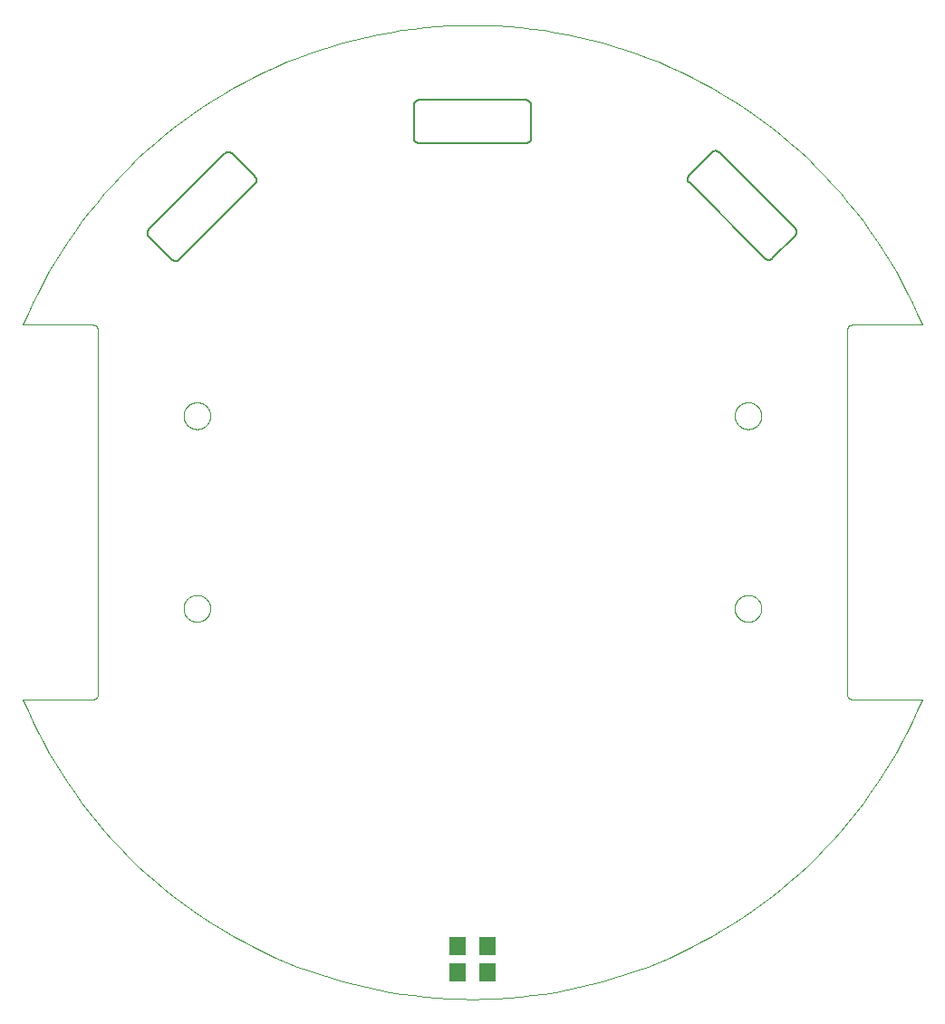
<source format=gbp>
G75*
%MOIN*%
%OFA0B0*%
%FSLAX25Y25*%
%IPPOS*%
%LPD*%
%AMOC8*
5,1,8,0,0,1.08239X$1,22.5*
%
%ADD10C,0.00004*%
%ADD11C,0.00394*%
%ADD12C,0.00600*%
%ADD13R,0.06299X0.07098*%
D10*
X0078851Y0183717D02*
X0078853Y0183857D01*
X0078859Y0183997D01*
X0078869Y0184136D01*
X0078883Y0184275D01*
X0078901Y0184414D01*
X0078922Y0184552D01*
X0078948Y0184690D01*
X0078978Y0184827D01*
X0079011Y0184962D01*
X0079049Y0185097D01*
X0079090Y0185231D01*
X0079135Y0185364D01*
X0079183Y0185495D01*
X0079236Y0185624D01*
X0079292Y0185753D01*
X0079351Y0185879D01*
X0079415Y0186004D01*
X0079481Y0186127D01*
X0079552Y0186248D01*
X0079625Y0186367D01*
X0079702Y0186484D01*
X0079783Y0186598D01*
X0079866Y0186710D01*
X0079953Y0186820D01*
X0080043Y0186928D01*
X0080135Y0187032D01*
X0080231Y0187134D01*
X0080330Y0187234D01*
X0080431Y0187330D01*
X0080535Y0187424D01*
X0080642Y0187514D01*
X0080751Y0187601D01*
X0080863Y0187686D01*
X0080977Y0187767D01*
X0081093Y0187845D01*
X0081211Y0187919D01*
X0081332Y0187990D01*
X0081454Y0188058D01*
X0081579Y0188122D01*
X0081705Y0188183D01*
X0081832Y0188240D01*
X0081962Y0188293D01*
X0082093Y0188343D01*
X0082225Y0188388D01*
X0082358Y0188431D01*
X0082493Y0188469D01*
X0082628Y0188503D01*
X0082765Y0188534D01*
X0082902Y0188561D01*
X0083040Y0188583D01*
X0083179Y0188602D01*
X0083318Y0188617D01*
X0083457Y0188628D01*
X0083597Y0188635D01*
X0083737Y0188638D01*
X0083877Y0188637D01*
X0084017Y0188632D01*
X0084156Y0188623D01*
X0084296Y0188610D01*
X0084435Y0188593D01*
X0084573Y0188572D01*
X0084711Y0188548D01*
X0084848Y0188519D01*
X0084984Y0188487D01*
X0085119Y0188450D01*
X0085253Y0188410D01*
X0085386Y0188366D01*
X0085517Y0188318D01*
X0085647Y0188267D01*
X0085776Y0188212D01*
X0085903Y0188153D01*
X0086028Y0188090D01*
X0086151Y0188025D01*
X0086273Y0187955D01*
X0086392Y0187882D01*
X0086510Y0187806D01*
X0086625Y0187727D01*
X0086738Y0187644D01*
X0086848Y0187558D01*
X0086956Y0187469D01*
X0087061Y0187377D01*
X0087164Y0187282D01*
X0087264Y0187184D01*
X0087361Y0187084D01*
X0087455Y0186980D01*
X0087547Y0186874D01*
X0087635Y0186766D01*
X0087720Y0186655D01*
X0087802Y0186541D01*
X0087881Y0186425D01*
X0087956Y0186308D01*
X0088028Y0186188D01*
X0088096Y0186066D01*
X0088161Y0185942D01*
X0088223Y0185816D01*
X0088281Y0185689D01*
X0088335Y0185560D01*
X0088386Y0185429D01*
X0088432Y0185297D01*
X0088475Y0185164D01*
X0088515Y0185030D01*
X0088550Y0184895D01*
X0088582Y0184758D01*
X0088609Y0184621D01*
X0088633Y0184483D01*
X0088653Y0184345D01*
X0088669Y0184206D01*
X0088681Y0184066D01*
X0088689Y0183927D01*
X0088693Y0183787D01*
X0088693Y0183647D01*
X0088689Y0183507D01*
X0088681Y0183368D01*
X0088669Y0183228D01*
X0088653Y0183089D01*
X0088633Y0182951D01*
X0088609Y0182813D01*
X0088582Y0182676D01*
X0088550Y0182539D01*
X0088515Y0182404D01*
X0088475Y0182270D01*
X0088432Y0182137D01*
X0088386Y0182005D01*
X0088335Y0181874D01*
X0088281Y0181745D01*
X0088223Y0181618D01*
X0088161Y0181492D01*
X0088096Y0181368D01*
X0088028Y0181246D01*
X0087956Y0181126D01*
X0087881Y0181009D01*
X0087802Y0180893D01*
X0087720Y0180779D01*
X0087635Y0180668D01*
X0087547Y0180560D01*
X0087455Y0180454D01*
X0087361Y0180350D01*
X0087264Y0180250D01*
X0087164Y0180152D01*
X0087061Y0180057D01*
X0086956Y0179965D01*
X0086848Y0179876D01*
X0086738Y0179790D01*
X0086625Y0179707D01*
X0086510Y0179628D01*
X0086392Y0179552D01*
X0086273Y0179479D01*
X0086151Y0179409D01*
X0086028Y0179344D01*
X0085903Y0179281D01*
X0085776Y0179222D01*
X0085647Y0179167D01*
X0085517Y0179116D01*
X0085386Y0179068D01*
X0085253Y0179024D01*
X0085119Y0178984D01*
X0084984Y0178947D01*
X0084848Y0178915D01*
X0084711Y0178886D01*
X0084573Y0178862D01*
X0084435Y0178841D01*
X0084296Y0178824D01*
X0084156Y0178811D01*
X0084017Y0178802D01*
X0083877Y0178797D01*
X0083737Y0178796D01*
X0083597Y0178799D01*
X0083457Y0178806D01*
X0083318Y0178817D01*
X0083179Y0178832D01*
X0083040Y0178851D01*
X0082902Y0178873D01*
X0082765Y0178900D01*
X0082628Y0178931D01*
X0082493Y0178965D01*
X0082358Y0179003D01*
X0082225Y0179046D01*
X0082093Y0179091D01*
X0081962Y0179141D01*
X0081832Y0179194D01*
X0081705Y0179251D01*
X0081579Y0179312D01*
X0081454Y0179376D01*
X0081332Y0179444D01*
X0081211Y0179515D01*
X0081093Y0179589D01*
X0080977Y0179667D01*
X0080863Y0179748D01*
X0080751Y0179833D01*
X0080642Y0179920D01*
X0080535Y0180010D01*
X0080431Y0180104D01*
X0080330Y0180200D01*
X0080231Y0180300D01*
X0080135Y0180402D01*
X0080043Y0180506D01*
X0079953Y0180614D01*
X0079866Y0180724D01*
X0079783Y0180836D01*
X0079702Y0180950D01*
X0079625Y0181067D01*
X0079552Y0181186D01*
X0079481Y0181307D01*
X0079415Y0181430D01*
X0079351Y0181555D01*
X0079292Y0181681D01*
X0079236Y0181810D01*
X0079183Y0181939D01*
X0079135Y0182070D01*
X0079090Y0182203D01*
X0079049Y0182337D01*
X0079011Y0182472D01*
X0078978Y0182607D01*
X0078948Y0182744D01*
X0078922Y0182882D01*
X0078901Y0183020D01*
X0078883Y0183159D01*
X0078869Y0183298D01*
X0078859Y0183437D01*
X0078853Y0183577D01*
X0078851Y0183717D01*
X0078851Y0254583D02*
X0078853Y0254723D01*
X0078859Y0254863D01*
X0078869Y0255002D01*
X0078883Y0255141D01*
X0078901Y0255280D01*
X0078922Y0255418D01*
X0078948Y0255556D01*
X0078978Y0255693D01*
X0079011Y0255828D01*
X0079049Y0255963D01*
X0079090Y0256097D01*
X0079135Y0256230D01*
X0079183Y0256361D01*
X0079236Y0256490D01*
X0079292Y0256619D01*
X0079351Y0256745D01*
X0079415Y0256870D01*
X0079481Y0256993D01*
X0079552Y0257114D01*
X0079625Y0257233D01*
X0079702Y0257350D01*
X0079783Y0257464D01*
X0079866Y0257576D01*
X0079953Y0257686D01*
X0080043Y0257794D01*
X0080135Y0257898D01*
X0080231Y0258000D01*
X0080330Y0258100D01*
X0080431Y0258196D01*
X0080535Y0258290D01*
X0080642Y0258380D01*
X0080751Y0258467D01*
X0080863Y0258552D01*
X0080977Y0258633D01*
X0081093Y0258711D01*
X0081211Y0258785D01*
X0081332Y0258856D01*
X0081454Y0258924D01*
X0081579Y0258988D01*
X0081705Y0259049D01*
X0081832Y0259106D01*
X0081962Y0259159D01*
X0082093Y0259209D01*
X0082225Y0259254D01*
X0082358Y0259297D01*
X0082493Y0259335D01*
X0082628Y0259369D01*
X0082765Y0259400D01*
X0082902Y0259427D01*
X0083040Y0259449D01*
X0083179Y0259468D01*
X0083318Y0259483D01*
X0083457Y0259494D01*
X0083597Y0259501D01*
X0083737Y0259504D01*
X0083877Y0259503D01*
X0084017Y0259498D01*
X0084156Y0259489D01*
X0084296Y0259476D01*
X0084435Y0259459D01*
X0084573Y0259438D01*
X0084711Y0259414D01*
X0084848Y0259385D01*
X0084984Y0259353D01*
X0085119Y0259316D01*
X0085253Y0259276D01*
X0085386Y0259232D01*
X0085517Y0259184D01*
X0085647Y0259133D01*
X0085776Y0259078D01*
X0085903Y0259019D01*
X0086028Y0258956D01*
X0086151Y0258891D01*
X0086273Y0258821D01*
X0086392Y0258748D01*
X0086510Y0258672D01*
X0086625Y0258593D01*
X0086738Y0258510D01*
X0086848Y0258424D01*
X0086956Y0258335D01*
X0087061Y0258243D01*
X0087164Y0258148D01*
X0087264Y0258050D01*
X0087361Y0257950D01*
X0087455Y0257846D01*
X0087547Y0257740D01*
X0087635Y0257632D01*
X0087720Y0257521D01*
X0087802Y0257407D01*
X0087881Y0257291D01*
X0087956Y0257174D01*
X0088028Y0257054D01*
X0088096Y0256932D01*
X0088161Y0256808D01*
X0088223Y0256682D01*
X0088281Y0256555D01*
X0088335Y0256426D01*
X0088386Y0256295D01*
X0088432Y0256163D01*
X0088475Y0256030D01*
X0088515Y0255896D01*
X0088550Y0255761D01*
X0088582Y0255624D01*
X0088609Y0255487D01*
X0088633Y0255349D01*
X0088653Y0255211D01*
X0088669Y0255072D01*
X0088681Y0254932D01*
X0088689Y0254793D01*
X0088693Y0254653D01*
X0088693Y0254513D01*
X0088689Y0254373D01*
X0088681Y0254234D01*
X0088669Y0254094D01*
X0088653Y0253955D01*
X0088633Y0253817D01*
X0088609Y0253679D01*
X0088582Y0253542D01*
X0088550Y0253405D01*
X0088515Y0253270D01*
X0088475Y0253136D01*
X0088432Y0253003D01*
X0088386Y0252871D01*
X0088335Y0252740D01*
X0088281Y0252611D01*
X0088223Y0252484D01*
X0088161Y0252358D01*
X0088096Y0252234D01*
X0088028Y0252112D01*
X0087956Y0251992D01*
X0087881Y0251875D01*
X0087802Y0251759D01*
X0087720Y0251645D01*
X0087635Y0251534D01*
X0087547Y0251426D01*
X0087455Y0251320D01*
X0087361Y0251216D01*
X0087264Y0251116D01*
X0087164Y0251018D01*
X0087061Y0250923D01*
X0086956Y0250831D01*
X0086848Y0250742D01*
X0086738Y0250656D01*
X0086625Y0250573D01*
X0086510Y0250494D01*
X0086392Y0250418D01*
X0086273Y0250345D01*
X0086151Y0250275D01*
X0086028Y0250210D01*
X0085903Y0250147D01*
X0085776Y0250088D01*
X0085647Y0250033D01*
X0085517Y0249982D01*
X0085386Y0249934D01*
X0085253Y0249890D01*
X0085119Y0249850D01*
X0084984Y0249813D01*
X0084848Y0249781D01*
X0084711Y0249752D01*
X0084573Y0249728D01*
X0084435Y0249707D01*
X0084296Y0249690D01*
X0084156Y0249677D01*
X0084017Y0249668D01*
X0083877Y0249663D01*
X0083737Y0249662D01*
X0083597Y0249665D01*
X0083457Y0249672D01*
X0083318Y0249683D01*
X0083179Y0249698D01*
X0083040Y0249717D01*
X0082902Y0249739D01*
X0082765Y0249766D01*
X0082628Y0249797D01*
X0082493Y0249831D01*
X0082358Y0249869D01*
X0082225Y0249912D01*
X0082093Y0249957D01*
X0081962Y0250007D01*
X0081832Y0250060D01*
X0081705Y0250117D01*
X0081579Y0250178D01*
X0081454Y0250242D01*
X0081332Y0250310D01*
X0081211Y0250381D01*
X0081093Y0250455D01*
X0080977Y0250533D01*
X0080863Y0250614D01*
X0080751Y0250699D01*
X0080642Y0250786D01*
X0080535Y0250876D01*
X0080431Y0250970D01*
X0080330Y0251066D01*
X0080231Y0251166D01*
X0080135Y0251268D01*
X0080043Y0251372D01*
X0079953Y0251480D01*
X0079866Y0251590D01*
X0079783Y0251702D01*
X0079702Y0251816D01*
X0079625Y0251933D01*
X0079552Y0252052D01*
X0079481Y0252173D01*
X0079415Y0252296D01*
X0079351Y0252421D01*
X0079292Y0252547D01*
X0079236Y0252676D01*
X0079183Y0252805D01*
X0079135Y0252936D01*
X0079090Y0253069D01*
X0079049Y0253203D01*
X0079011Y0253338D01*
X0078978Y0253473D01*
X0078948Y0253610D01*
X0078922Y0253748D01*
X0078901Y0253886D01*
X0078883Y0254025D01*
X0078869Y0254164D01*
X0078859Y0254303D01*
X0078853Y0254443D01*
X0078851Y0254583D01*
X0281607Y0254583D02*
X0281609Y0254723D01*
X0281615Y0254863D01*
X0281625Y0255002D01*
X0281639Y0255141D01*
X0281657Y0255280D01*
X0281678Y0255418D01*
X0281704Y0255556D01*
X0281734Y0255693D01*
X0281767Y0255828D01*
X0281805Y0255963D01*
X0281846Y0256097D01*
X0281891Y0256230D01*
X0281939Y0256361D01*
X0281992Y0256490D01*
X0282048Y0256619D01*
X0282107Y0256745D01*
X0282171Y0256870D01*
X0282237Y0256993D01*
X0282308Y0257114D01*
X0282381Y0257233D01*
X0282458Y0257350D01*
X0282539Y0257464D01*
X0282622Y0257576D01*
X0282709Y0257686D01*
X0282799Y0257794D01*
X0282891Y0257898D01*
X0282987Y0258000D01*
X0283086Y0258100D01*
X0283187Y0258196D01*
X0283291Y0258290D01*
X0283398Y0258380D01*
X0283507Y0258467D01*
X0283619Y0258552D01*
X0283733Y0258633D01*
X0283849Y0258711D01*
X0283967Y0258785D01*
X0284088Y0258856D01*
X0284210Y0258924D01*
X0284335Y0258988D01*
X0284461Y0259049D01*
X0284588Y0259106D01*
X0284718Y0259159D01*
X0284849Y0259209D01*
X0284981Y0259254D01*
X0285114Y0259297D01*
X0285249Y0259335D01*
X0285384Y0259369D01*
X0285521Y0259400D01*
X0285658Y0259427D01*
X0285796Y0259449D01*
X0285935Y0259468D01*
X0286074Y0259483D01*
X0286213Y0259494D01*
X0286353Y0259501D01*
X0286493Y0259504D01*
X0286633Y0259503D01*
X0286773Y0259498D01*
X0286912Y0259489D01*
X0287052Y0259476D01*
X0287191Y0259459D01*
X0287329Y0259438D01*
X0287467Y0259414D01*
X0287604Y0259385D01*
X0287740Y0259353D01*
X0287875Y0259316D01*
X0288009Y0259276D01*
X0288142Y0259232D01*
X0288273Y0259184D01*
X0288403Y0259133D01*
X0288532Y0259078D01*
X0288659Y0259019D01*
X0288784Y0258956D01*
X0288907Y0258891D01*
X0289029Y0258821D01*
X0289148Y0258748D01*
X0289266Y0258672D01*
X0289381Y0258593D01*
X0289494Y0258510D01*
X0289604Y0258424D01*
X0289712Y0258335D01*
X0289817Y0258243D01*
X0289920Y0258148D01*
X0290020Y0258050D01*
X0290117Y0257950D01*
X0290211Y0257846D01*
X0290303Y0257740D01*
X0290391Y0257632D01*
X0290476Y0257521D01*
X0290558Y0257407D01*
X0290637Y0257291D01*
X0290712Y0257174D01*
X0290784Y0257054D01*
X0290852Y0256932D01*
X0290917Y0256808D01*
X0290979Y0256682D01*
X0291037Y0256555D01*
X0291091Y0256426D01*
X0291142Y0256295D01*
X0291188Y0256163D01*
X0291231Y0256030D01*
X0291271Y0255896D01*
X0291306Y0255761D01*
X0291338Y0255624D01*
X0291365Y0255487D01*
X0291389Y0255349D01*
X0291409Y0255211D01*
X0291425Y0255072D01*
X0291437Y0254932D01*
X0291445Y0254793D01*
X0291449Y0254653D01*
X0291449Y0254513D01*
X0291445Y0254373D01*
X0291437Y0254234D01*
X0291425Y0254094D01*
X0291409Y0253955D01*
X0291389Y0253817D01*
X0291365Y0253679D01*
X0291338Y0253542D01*
X0291306Y0253405D01*
X0291271Y0253270D01*
X0291231Y0253136D01*
X0291188Y0253003D01*
X0291142Y0252871D01*
X0291091Y0252740D01*
X0291037Y0252611D01*
X0290979Y0252484D01*
X0290917Y0252358D01*
X0290852Y0252234D01*
X0290784Y0252112D01*
X0290712Y0251992D01*
X0290637Y0251875D01*
X0290558Y0251759D01*
X0290476Y0251645D01*
X0290391Y0251534D01*
X0290303Y0251426D01*
X0290211Y0251320D01*
X0290117Y0251216D01*
X0290020Y0251116D01*
X0289920Y0251018D01*
X0289817Y0250923D01*
X0289712Y0250831D01*
X0289604Y0250742D01*
X0289494Y0250656D01*
X0289381Y0250573D01*
X0289266Y0250494D01*
X0289148Y0250418D01*
X0289029Y0250345D01*
X0288907Y0250275D01*
X0288784Y0250210D01*
X0288659Y0250147D01*
X0288532Y0250088D01*
X0288403Y0250033D01*
X0288273Y0249982D01*
X0288142Y0249934D01*
X0288009Y0249890D01*
X0287875Y0249850D01*
X0287740Y0249813D01*
X0287604Y0249781D01*
X0287467Y0249752D01*
X0287329Y0249728D01*
X0287191Y0249707D01*
X0287052Y0249690D01*
X0286912Y0249677D01*
X0286773Y0249668D01*
X0286633Y0249663D01*
X0286493Y0249662D01*
X0286353Y0249665D01*
X0286213Y0249672D01*
X0286074Y0249683D01*
X0285935Y0249698D01*
X0285796Y0249717D01*
X0285658Y0249739D01*
X0285521Y0249766D01*
X0285384Y0249797D01*
X0285249Y0249831D01*
X0285114Y0249869D01*
X0284981Y0249912D01*
X0284849Y0249957D01*
X0284718Y0250007D01*
X0284588Y0250060D01*
X0284461Y0250117D01*
X0284335Y0250178D01*
X0284210Y0250242D01*
X0284088Y0250310D01*
X0283967Y0250381D01*
X0283849Y0250455D01*
X0283733Y0250533D01*
X0283619Y0250614D01*
X0283507Y0250699D01*
X0283398Y0250786D01*
X0283291Y0250876D01*
X0283187Y0250970D01*
X0283086Y0251066D01*
X0282987Y0251166D01*
X0282891Y0251268D01*
X0282799Y0251372D01*
X0282709Y0251480D01*
X0282622Y0251590D01*
X0282539Y0251702D01*
X0282458Y0251816D01*
X0282381Y0251933D01*
X0282308Y0252052D01*
X0282237Y0252173D01*
X0282171Y0252296D01*
X0282107Y0252421D01*
X0282048Y0252547D01*
X0281992Y0252676D01*
X0281939Y0252805D01*
X0281891Y0252936D01*
X0281846Y0253069D01*
X0281805Y0253203D01*
X0281767Y0253338D01*
X0281734Y0253473D01*
X0281704Y0253610D01*
X0281678Y0253748D01*
X0281657Y0253886D01*
X0281639Y0254025D01*
X0281625Y0254164D01*
X0281615Y0254303D01*
X0281609Y0254443D01*
X0281607Y0254583D01*
X0281607Y0183717D02*
X0281609Y0183857D01*
X0281615Y0183997D01*
X0281625Y0184136D01*
X0281639Y0184275D01*
X0281657Y0184414D01*
X0281678Y0184552D01*
X0281704Y0184690D01*
X0281734Y0184827D01*
X0281767Y0184962D01*
X0281805Y0185097D01*
X0281846Y0185231D01*
X0281891Y0185364D01*
X0281939Y0185495D01*
X0281992Y0185624D01*
X0282048Y0185753D01*
X0282107Y0185879D01*
X0282171Y0186004D01*
X0282237Y0186127D01*
X0282308Y0186248D01*
X0282381Y0186367D01*
X0282458Y0186484D01*
X0282539Y0186598D01*
X0282622Y0186710D01*
X0282709Y0186820D01*
X0282799Y0186928D01*
X0282891Y0187032D01*
X0282987Y0187134D01*
X0283086Y0187234D01*
X0283187Y0187330D01*
X0283291Y0187424D01*
X0283398Y0187514D01*
X0283507Y0187601D01*
X0283619Y0187686D01*
X0283733Y0187767D01*
X0283849Y0187845D01*
X0283967Y0187919D01*
X0284088Y0187990D01*
X0284210Y0188058D01*
X0284335Y0188122D01*
X0284461Y0188183D01*
X0284588Y0188240D01*
X0284718Y0188293D01*
X0284849Y0188343D01*
X0284981Y0188388D01*
X0285114Y0188431D01*
X0285249Y0188469D01*
X0285384Y0188503D01*
X0285521Y0188534D01*
X0285658Y0188561D01*
X0285796Y0188583D01*
X0285935Y0188602D01*
X0286074Y0188617D01*
X0286213Y0188628D01*
X0286353Y0188635D01*
X0286493Y0188638D01*
X0286633Y0188637D01*
X0286773Y0188632D01*
X0286912Y0188623D01*
X0287052Y0188610D01*
X0287191Y0188593D01*
X0287329Y0188572D01*
X0287467Y0188548D01*
X0287604Y0188519D01*
X0287740Y0188487D01*
X0287875Y0188450D01*
X0288009Y0188410D01*
X0288142Y0188366D01*
X0288273Y0188318D01*
X0288403Y0188267D01*
X0288532Y0188212D01*
X0288659Y0188153D01*
X0288784Y0188090D01*
X0288907Y0188025D01*
X0289029Y0187955D01*
X0289148Y0187882D01*
X0289266Y0187806D01*
X0289381Y0187727D01*
X0289494Y0187644D01*
X0289604Y0187558D01*
X0289712Y0187469D01*
X0289817Y0187377D01*
X0289920Y0187282D01*
X0290020Y0187184D01*
X0290117Y0187084D01*
X0290211Y0186980D01*
X0290303Y0186874D01*
X0290391Y0186766D01*
X0290476Y0186655D01*
X0290558Y0186541D01*
X0290637Y0186425D01*
X0290712Y0186308D01*
X0290784Y0186188D01*
X0290852Y0186066D01*
X0290917Y0185942D01*
X0290979Y0185816D01*
X0291037Y0185689D01*
X0291091Y0185560D01*
X0291142Y0185429D01*
X0291188Y0185297D01*
X0291231Y0185164D01*
X0291271Y0185030D01*
X0291306Y0184895D01*
X0291338Y0184758D01*
X0291365Y0184621D01*
X0291389Y0184483D01*
X0291409Y0184345D01*
X0291425Y0184206D01*
X0291437Y0184066D01*
X0291445Y0183927D01*
X0291449Y0183787D01*
X0291449Y0183647D01*
X0291445Y0183507D01*
X0291437Y0183368D01*
X0291425Y0183228D01*
X0291409Y0183089D01*
X0291389Y0182951D01*
X0291365Y0182813D01*
X0291338Y0182676D01*
X0291306Y0182539D01*
X0291271Y0182404D01*
X0291231Y0182270D01*
X0291188Y0182137D01*
X0291142Y0182005D01*
X0291091Y0181874D01*
X0291037Y0181745D01*
X0290979Y0181618D01*
X0290917Y0181492D01*
X0290852Y0181368D01*
X0290784Y0181246D01*
X0290712Y0181126D01*
X0290637Y0181009D01*
X0290558Y0180893D01*
X0290476Y0180779D01*
X0290391Y0180668D01*
X0290303Y0180560D01*
X0290211Y0180454D01*
X0290117Y0180350D01*
X0290020Y0180250D01*
X0289920Y0180152D01*
X0289817Y0180057D01*
X0289712Y0179965D01*
X0289604Y0179876D01*
X0289494Y0179790D01*
X0289381Y0179707D01*
X0289266Y0179628D01*
X0289148Y0179552D01*
X0289029Y0179479D01*
X0288907Y0179409D01*
X0288784Y0179344D01*
X0288659Y0179281D01*
X0288532Y0179222D01*
X0288403Y0179167D01*
X0288273Y0179116D01*
X0288142Y0179068D01*
X0288009Y0179024D01*
X0287875Y0178984D01*
X0287740Y0178947D01*
X0287604Y0178915D01*
X0287467Y0178886D01*
X0287329Y0178862D01*
X0287191Y0178841D01*
X0287052Y0178824D01*
X0286912Y0178811D01*
X0286773Y0178802D01*
X0286633Y0178797D01*
X0286493Y0178796D01*
X0286353Y0178799D01*
X0286213Y0178806D01*
X0286074Y0178817D01*
X0285935Y0178832D01*
X0285796Y0178851D01*
X0285658Y0178873D01*
X0285521Y0178900D01*
X0285384Y0178931D01*
X0285249Y0178965D01*
X0285114Y0179003D01*
X0284981Y0179046D01*
X0284849Y0179091D01*
X0284718Y0179141D01*
X0284588Y0179194D01*
X0284461Y0179251D01*
X0284335Y0179312D01*
X0284210Y0179376D01*
X0284088Y0179444D01*
X0283967Y0179515D01*
X0283849Y0179589D01*
X0283733Y0179667D01*
X0283619Y0179748D01*
X0283507Y0179833D01*
X0283398Y0179920D01*
X0283291Y0180010D01*
X0283187Y0180104D01*
X0283086Y0180200D01*
X0282987Y0180300D01*
X0282891Y0180402D01*
X0282799Y0180506D01*
X0282709Y0180614D01*
X0282622Y0180724D01*
X0282539Y0180836D01*
X0282458Y0180950D01*
X0282381Y0181067D01*
X0282308Y0181186D01*
X0282237Y0181307D01*
X0282171Y0181430D01*
X0282107Y0181555D01*
X0282048Y0181681D01*
X0281992Y0181810D01*
X0281939Y0181939D01*
X0281891Y0182070D01*
X0281846Y0182203D01*
X0281805Y0182337D01*
X0281767Y0182472D01*
X0281734Y0182607D01*
X0281704Y0182744D01*
X0281678Y0182882D01*
X0281657Y0183020D01*
X0281639Y0183159D01*
X0281625Y0183298D01*
X0281615Y0183437D01*
X0281609Y0183577D01*
X0281607Y0183717D01*
D11*
X0045386Y0150252D02*
X0019796Y0150252D01*
X0045386Y0150252D02*
X0045472Y0150254D01*
X0045558Y0150259D01*
X0045643Y0150269D01*
X0045728Y0150282D01*
X0045812Y0150299D01*
X0045896Y0150319D01*
X0045978Y0150343D01*
X0046059Y0150371D01*
X0046140Y0150402D01*
X0046218Y0150436D01*
X0046295Y0150474D01*
X0046371Y0150516D01*
X0046444Y0150560D01*
X0046515Y0150608D01*
X0046585Y0150659D01*
X0046652Y0150713D01*
X0046716Y0150769D01*
X0046778Y0150829D01*
X0046838Y0150891D01*
X0046894Y0150955D01*
X0046948Y0151022D01*
X0046999Y0151092D01*
X0047047Y0151163D01*
X0047091Y0151237D01*
X0047133Y0151312D01*
X0047171Y0151389D01*
X0047205Y0151467D01*
X0047236Y0151548D01*
X0047264Y0151629D01*
X0047288Y0151711D01*
X0047308Y0151795D01*
X0047325Y0151879D01*
X0047338Y0151964D01*
X0047348Y0152049D01*
X0047353Y0152135D01*
X0047355Y0152221D01*
X0047355Y0286079D01*
X0047353Y0286165D01*
X0047348Y0286251D01*
X0047338Y0286336D01*
X0047325Y0286421D01*
X0047308Y0286505D01*
X0047288Y0286589D01*
X0047264Y0286671D01*
X0047236Y0286752D01*
X0047205Y0286833D01*
X0047171Y0286911D01*
X0047133Y0286988D01*
X0047091Y0287064D01*
X0047047Y0287137D01*
X0046999Y0287208D01*
X0046948Y0287278D01*
X0046894Y0287345D01*
X0046838Y0287409D01*
X0046778Y0287471D01*
X0046716Y0287531D01*
X0046652Y0287587D01*
X0046585Y0287641D01*
X0046515Y0287692D01*
X0046444Y0287740D01*
X0046371Y0287784D01*
X0046295Y0287826D01*
X0046218Y0287864D01*
X0046140Y0287898D01*
X0046059Y0287929D01*
X0045978Y0287957D01*
X0045896Y0287981D01*
X0045812Y0288001D01*
X0045728Y0288018D01*
X0045643Y0288031D01*
X0045558Y0288041D01*
X0045472Y0288046D01*
X0045386Y0288048D01*
X0019796Y0288048D01*
X0019796Y0150252D02*
X0021533Y0146222D01*
X0023369Y0142236D01*
X0025301Y0138296D01*
X0027330Y0134404D01*
X0029454Y0130563D01*
X0031670Y0126776D01*
X0033979Y0123043D01*
X0036379Y0119369D01*
X0038868Y0115754D01*
X0041445Y0112202D01*
X0044108Y0108714D01*
X0046856Y0105291D01*
X0049687Y0101938D01*
X0052599Y0098654D01*
X0055591Y0095443D01*
X0058660Y0092307D01*
X0061805Y0089246D01*
X0065025Y0086263D01*
X0068316Y0083360D01*
X0071678Y0080539D01*
X0075107Y0077801D01*
X0078603Y0075147D01*
X0082163Y0072580D01*
X0085784Y0070102D01*
X0089465Y0067712D01*
X0093204Y0065413D01*
X0096998Y0063207D01*
X0100845Y0061094D01*
X0104742Y0059077D01*
X0108687Y0057155D01*
X0112679Y0055330D01*
X0116714Y0053604D01*
X0120790Y0051977D01*
X0124904Y0050451D01*
X0129055Y0049025D01*
X0133240Y0047702D01*
X0137455Y0046482D01*
X0141700Y0045365D01*
X0145970Y0044353D01*
X0150264Y0043446D01*
X0154579Y0042644D01*
X0158912Y0041948D01*
X0163261Y0041358D01*
X0167623Y0040876D01*
X0171995Y0040500D01*
X0176376Y0040231D01*
X0180762Y0040070D01*
X0185150Y0040016D01*
X0189538Y0040070D01*
X0193924Y0040231D01*
X0198305Y0040500D01*
X0202677Y0040876D01*
X0207039Y0041358D01*
X0211388Y0041948D01*
X0215721Y0042644D01*
X0220036Y0043446D01*
X0224330Y0044353D01*
X0228600Y0045365D01*
X0232845Y0046482D01*
X0237060Y0047702D01*
X0241245Y0049025D01*
X0245396Y0050451D01*
X0249510Y0051977D01*
X0253586Y0053604D01*
X0257621Y0055330D01*
X0261613Y0057155D01*
X0265558Y0059077D01*
X0269455Y0061094D01*
X0273302Y0063207D01*
X0277096Y0065413D01*
X0280835Y0067712D01*
X0284516Y0070102D01*
X0288137Y0072580D01*
X0291697Y0075147D01*
X0295193Y0077801D01*
X0298622Y0080539D01*
X0301984Y0083360D01*
X0305275Y0086263D01*
X0308495Y0089246D01*
X0311640Y0092307D01*
X0314709Y0095443D01*
X0317701Y0098654D01*
X0320613Y0101938D01*
X0323444Y0105291D01*
X0326192Y0108714D01*
X0328855Y0112202D01*
X0331432Y0115754D01*
X0333921Y0119369D01*
X0336321Y0123043D01*
X0338630Y0126776D01*
X0340846Y0130563D01*
X0342970Y0134404D01*
X0344999Y0138296D01*
X0346931Y0142236D01*
X0348767Y0146222D01*
X0350504Y0150252D01*
X0324914Y0150252D01*
X0324828Y0150254D01*
X0324742Y0150259D01*
X0324657Y0150269D01*
X0324572Y0150282D01*
X0324488Y0150299D01*
X0324404Y0150319D01*
X0324322Y0150343D01*
X0324241Y0150371D01*
X0324160Y0150402D01*
X0324082Y0150436D01*
X0324005Y0150474D01*
X0323930Y0150516D01*
X0323856Y0150560D01*
X0323785Y0150608D01*
X0323715Y0150659D01*
X0323648Y0150713D01*
X0323584Y0150769D01*
X0323522Y0150829D01*
X0323462Y0150891D01*
X0323406Y0150955D01*
X0323352Y0151022D01*
X0323301Y0151092D01*
X0323253Y0151163D01*
X0323209Y0151237D01*
X0323167Y0151312D01*
X0323129Y0151389D01*
X0323095Y0151467D01*
X0323064Y0151548D01*
X0323036Y0151629D01*
X0323012Y0151711D01*
X0322992Y0151795D01*
X0322975Y0151879D01*
X0322962Y0151964D01*
X0322952Y0152049D01*
X0322947Y0152135D01*
X0322945Y0152221D01*
X0322945Y0286079D01*
X0322947Y0286165D01*
X0322952Y0286251D01*
X0322962Y0286336D01*
X0322975Y0286421D01*
X0322992Y0286505D01*
X0323012Y0286589D01*
X0323036Y0286671D01*
X0323064Y0286752D01*
X0323095Y0286833D01*
X0323129Y0286911D01*
X0323167Y0286988D01*
X0323209Y0287064D01*
X0323253Y0287137D01*
X0323301Y0287208D01*
X0323352Y0287278D01*
X0323406Y0287345D01*
X0323462Y0287409D01*
X0323522Y0287471D01*
X0323584Y0287531D01*
X0323648Y0287587D01*
X0323715Y0287641D01*
X0323785Y0287692D01*
X0323856Y0287740D01*
X0323930Y0287784D01*
X0324005Y0287826D01*
X0324082Y0287864D01*
X0324160Y0287898D01*
X0324241Y0287929D01*
X0324322Y0287957D01*
X0324404Y0287981D01*
X0324488Y0288001D01*
X0324572Y0288018D01*
X0324657Y0288031D01*
X0324742Y0288041D01*
X0324828Y0288046D01*
X0324914Y0288048D01*
X0350504Y0288048D01*
X0348767Y0292078D01*
X0346931Y0296064D01*
X0344999Y0300004D01*
X0342970Y0303896D01*
X0340846Y0307737D01*
X0338630Y0311524D01*
X0336321Y0315257D01*
X0333921Y0318931D01*
X0331432Y0322546D01*
X0328855Y0326098D01*
X0326192Y0329586D01*
X0323444Y0333009D01*
X0320613Y0336362D01*
X0317701Y0339646D01*
X0314709Y0342857D01*
X0311640Y0345993D01*
X0308495Y0349054D01*
X0305275Y0352037D01*
X0301984Y0354940D01*
X0298622Y0357761D01*
X0295193Y0360499D01*
X0291697Y0363153D01*
X0288137Y0365720D01*
X0284516Y0368198D01*
X0280835Y0370588D01*
X0277096Y0372887D01*
X0273302Y0375093D01*
X0269455Y0377206D01*
X0265558Y0379223D01*
X0261613Y0381145D01*
X0257621Y0382970D01*
X0253586Y0384696D01*
X0249510Y0386323D01*
X0245396Y0387849D01*
X0241245Y0389275D01*
X0237060Y0390598D01*
X0232845Y0391818D01*
X0228600Y0392935D01*
X0224330Y0393947D01*
X0220036Y0394854D01*
X0215721Y0395656D01*
X0211388Y0396352D01*
X0207039Y0396942D01*
X0202677Y0397424D01*
X0198305Y0397800D01*
X0193924Y0398069D01*
X0189538Y0398230D01*
X0185150Y0398284D01*
X0180762Y0398230D01*
X0176376Y0398069D01*
X0171995Y0397800D01*
X0167623Y0397424D01*
X0163261Y0396942D01*
X0158912Y0396352D01*
X0154579Y0395656D01*
X0150264Y0394854D01*
X0145970Y0393947D01*
X0141700Y0392935D01*
X0137455Y0391818D01*
X0133240Y0390598D01*
X0129055Y0389275D01*
X0124904Y0387849D01*
X0120790Y0386323D01*
X0116714Y0384696D01*
X0112679Y0382970D01*
X0108687Y0381145D01*
X0104742Y0379223D01*
X0100845Y0377206D01*
X0096998Y0375093D01*
X0093204Y0372887D01*
X0089465Y0370588D01*
X0085784Y0368198D01*
X0082163Y0365720D01*
X0078603Y0363153D01*
X0075107Y0360499D01*
X0071678Y0357761D01*
X0068316Y0354940D01*
X0065025Y0352037D01*
X0061805Y0349054D01*
X0058660Y0345993D01*
X0055591Y0342857D01*
X0052599Y0339646D01*
X0049687Y0336362D01*
X0046856Y0333009D01*
X0044108Y0329586D01*
X0041445Y0326098D01*
X0038868Y0322546D01*
X0036379Y0318931D01*
X0033979Y0315257D01*
X0031670Y0311524D01*
X0029454Y0307737D01*
X0027330Y0303896D01*
X0025301Y0300004D01*
X0023369Y0296064D01*
X0021533Y0292078D01*
X0019796Y0288048D01*
D12*
X0066092Y0320469D02*
X0074444Y0312117D01*
X0074506Y0312057D01*
X0074570Y0312001D01*
X0074637Y0311947D01*
X0074707Y0311896D01*
X0074778Y0311848D01*
X0074852Y0311804D01*
X0074927Y0311762D01*
X0075004Y0311724D01*
X0075082Y0311690D01*
X0075163Y0311659D01*
X0075244Y0311631D01*
X0075326Y0311607D01*
X0075410Y0311587D01*
X0075494Y0311570D01*
X0075579Y0311557D01*
X0075664Y0311547D01*
X0075750Y0311542D01*
X0075836Y0311540D01*
X0075922Y0311542D01*
X0076008Y0311547D01*
X0076093Y0311557D01*
X0076178Y0311570D01*
X0076262Y0311587D01*
X0076346Y0311607D01*
X0076428Y0311631D01*
X0076509Y0311659D01*
X0076590Y0311690D01*
X0076668Y0311724D01*
X0076745Y0311762D01*
X0076821Y0311804D01*
X0076894Y0311848D01*
X0076965Y0311896D01*
X0077035Y0311947D01*
X0077102Y0312001D01*
X0077166Y0312057D01*
X0077228Y0312117D01*
X0105067Y0339956D01*
X0105127Y0340018D01*
X0105183Y0340082D01*
X0105237Y0340149D01*
X0105288Y0340219D01*
X0105336Y0340290D01*
X0105380Y0340364D01*
X0105422Y0340439D01*
X0105460Y0340516D01*
X0105494Y0340594D01*
X0105525Y0340675D01*
X0105553Y0340756D01*
X0105577Y0340838D01*
X0105597Y0340922D01*
X0105614Y0341006D01*
X0105627Y0341091D01*
X0105637Y0341176D01*
X0105642Y0341262D01*
X0105644Y0341348D01*
X0105642Y0341434D01*
X0105637Y0341520D01*
X0105627Y0341605D01*
X0105614Y0341690D01*
X0105597Y0341774D01*
X0105577Y0341858D01*
X0105553Y0341940D01*
X0105525Y0342021D01*
X0105494Y0342102D01*
X0105460Y0342180D01*
X0105422Y0342257D01*
X0105380Y0342333D01*
X0105336Y0342406D01*
X0105288Y0342477D01*
X0105237Y0342547D01*
X0105183Y0342614D01*
X0105127Y0342678D01*
X0105067Y0342740D01*
X0096715Y0351092D01*
X0096653Y0351152D01*
X0096589Y0351208D01*
X0096522Y0351262D01*
X0096452Y0351313D01*
X0096381Y0351361D01*
X0096308Y0351405D01*
X0096232Y0351447D01*
X0096155Y0351485D01*
X0096077Y0351519D01*
X0095996Y0351550D01*
X0095915Y0351578D01*
X0095833Y0351602D01*
X0095749Y0351622D01*
X0095665Y0351639D01*
X0095580Y0351652D01*
X0095495Y0351662D01*
X0095409Y0351667D01*
X0095323Y0351669D01*
X0095237Y0351667D01*
X0095151Y0351662D01*
X0095066Y0351652D01*
X0094981Y0351639D01*
X0094897Y0351622D01*
X0094813Y0351602D01*
X0094731Y0351578D01*
X0094650Y0351550D01*
X0094569Y0351519D01*
X0094491Y0351485D01*
X0094414Y0351447D01*
X0094339Y0351405D01*
X0094265Y0351361D01*
X0094194Y0351313D01*
X0094124Y0351262D01*
X0094057Y0351208D01*
X0093993Y0351152D01*
X0093931Y0351092D01*
X0066092Y0323253D01*
X0066032Y0323191D01*
X0065976Y0323127D01*
X0065922Y0323060D01*
X0065871Y0322990D01*
X0065823Y0322919D01*
X0065779Y0322846D01*
X0065737Y0322770D01*
X0065699Y0322693D01*
X0065665Y0322615D01*
X0065634Y0322534D01*
X0065606Y0322453D01*
X0065582Y0322371D01*
X0065562Y0322287D01*
X0065545Y0322203D01*
X0065532Y0322118D01*
X0065522Y0322033D01*
X0065517Y0321947D01*
X0065515Y0321861D01*
X0065517Y0321775D01*
X0065522Y0321689D01*
X0065532Y0321604D01*
X0065545Y0321519D01*
X0065562Y0321435D01*
X0065582Y0321351D01*
X0065606Y0321269D01*
X0065634Y0321188D01*
X0065665Y0321107D01*
X0065699Y0321029D01*
X0065737Y0320952D01*
X0065779Y0320877D01*
X0065823Y0320803D01*
X0065871Y0320732D01*
X0065922Y0320662D01*
X0065976Y0320595D01*
X0066032Y0320531D01*
X0066092Y0320469D01*
X0163496Y0356945D02*
X0163496Y0368756D01*
X0163498Y0368842D01*
X0163503Y0368928D01*
X0163513Y0369013D01*
X0163526Y0369098D01*
X0163543Y0369182D01*
X0163563Y0369266D01*
X0163587Y0369348D01*
X0163615Y0369429D01*
X0163646Y0369510D01*
X0163680Y0369588D01*
X0163718Y0369665D01*
X0163760Y0369741D01*
X0163804Y0369814D01*
X0163852Y0369885D01*
X0163903Y0369955D01*
X0163957Y0370022D01*
X0164013Y0370086D01*
X0164073Y0370148D01*
X0164135Y0370208D01*
X0164199Y0370264D01*
X0164266Y0370318D01*
X0164336Y0370369D01*
X0164407Y0370417D01*
X0164481Y0370461D01*
X0164556Y0370503D01*
X0164633Y0370541D01*
X0164711Y0370575D01*
X0164792Y0370606D01*
X0164873Y0370634D01*
X0164955Y0370658D01*
X0165039Y0370678D01*
X0165123Y0370695D01*
X0165208Y0370708D01*
X0165293Y0370718D01*
X0165379Y0370723D01*
X0165465Y0370725D01*
X0204835Y0370725D01*
X0204921Y0370723D01*
X0205007Y0370718D01*
X0205092Y0370708D01*
X0205177Y0370695D01*
X0205261Y0370678D01*
X0205345Y0370658D01*
X0205427Y0370634D01*
X0205508Y0370606D01*
X0205589Y0370575D01*
X0205667Y0370541D01*
X0205744Y0370503D01*
X0205820Y0370461D01*
X0205893Y0370417D01*
X0205964Y0370369D01*
X0206034Y0370318D01*
X0206101Y0370264D01*
X0206165Y0370208D01*
X0206227Y0370148D01*
X0206287Y0370086D01*
X0206343Y0370022D01*
X0206397Y0369955D01*
X0206448Y0369885D01*
X0206496Y0369814D01*
X0206540Y0369741D01*
X0206582Y0369665D01*
X0206620Y0369588D01*
X0206654Y0369510D01*
X0206685Y0369429D01*
X0206713Y0369348D01*
X0206737Y0369266D01*
X0206757Y0369182D01*
X0206774Y0369098D01*
X0206787Y0369013D01*
X0206797Y0368928D01*
X0206802Y0368842D01*
X0206804Y0368756D01*
X0206804Y0356945D01*
X0206802Y0356859D01*
X0206797Y0356773D01*
X0206787Y0356688D01*
X0206774Y0356603D01*
X0206757Y0356519D01*
X0206737Y0356435D01*
X0206713Y0356353D01*
X0206685Y0356272D01*
X0206654Y0356191D01*
X0206620Y0356113D01*
X0206582Y0356036D01*
X0206540Y0355961D01*
X0206496Y0355887D01*
X0206448Y0355816D01*
X0206397Y0355746D01*
X0206343Y0355679D01*
X0206287Y0355615D01*
X0206227Y0355553D01*
X0206165Y0355493D01*
X0206101Y0355437D01*
X0206034Y0355383D01*
X0205964Y0355332D01*
X0205893Y0355284D01*
X0205820Y0355240D01*
X0205744Y0355198D01*
X0205667Y0355160D01*
X0205589Y0355126D01*
X0205508Y0355095D01*
X0205427Y0355067D01*
X0205345Y0355043D01*
X0205261Y0355023D01*
X0205177Y0355006D01*
X0205092Y0354993D01*
X0205007Y0354983D01*
X0204921Y0354978D01*
X0204835Y0354976D01*
X0204835Y0354977D02*
X0165465Y0354977D01*
X0165465Y0354976D02*
X0165379Y0354978D01*
X0165293Y0354983D01*
X0165208Y0354993D01*
X0165123Y0355006D01*
X0165039Y0355023D01*
X0164955Y0355043D01*
X0164873Y0355067D01*
X0164792Y0355095D01*
X0164711Y0355126D01*
X0164633Y0355160D01*
X0164556Y0355198D01*
X0164481Y0355240D01*
X0164407Y0355284D01*
X0164336Y0355332D01*
X0164266Y0355383D01*
X0164199Y0355437D01*
X0164135Y0355493D01*
X0164073Y0355553D01*
X0164013Y0355615D01*
X0163957Y0355679D01*
X0163903Y0355746D01*
X0163852Y0355816D01*
X0163804Y0355887D01*
X0163760Y0355961D01*
X0163718Y0356036D01*
X0163680Y0356113D01*
X0163646Y0356191D01*
X0163615Y0356272D01*
X0163587Y0356353D01*
X0163563Y0356435D01*
X0163543Y0356519D01*
X0163526Y0356603D01*
X0163513Y0356688D01*
X0163503Y0356773D01*
X0163498Y0356859D01*
X0163496Y0356945D01*
X0264846Y0343149D02*
X0273198Y0351501D01*
X0273260Y0351561D01*
X0273324Y0351617D01*
X0273391Y0351671D01*
X0273461Y0351722D01*
X0273532Y0351770D01*
X0273606Y0351814D01*
X0273681Y0351856D01*
X0273758Y0351894D01*
X0273836Y0351928D01*
X0273917Y0351959D01*
X0273998Y0351987D01*
X0274080Y0352011D01*
X0274164Y0352031D01*
X0274248Y0352048D01*
X0274333Y0352061D01*
X0274418Y0352071D01*
X0274504Y0352076D01*
X0274590Y0352078D01*
X0274676Y0352076D01*
X0274762Y0352071D01*
X0274847Y0352061D01*
X0274932Y0352048D01*
X0275016Y0352031D01*
X0275100Y0352011D01*
X0275182Y0351987D01*
X0275263Y0351959D01*
X0275344Y0351928D01*
X0275422Y0351894D01*
X0275499Y0351856D01*
X0275575Y0351814D01*
X0275648Y0351770D01*
X0275719Y0351722D01*
X0275789Y0351671D01*
X0275856Y0351617D01*
X0275920Y0351561D01*
X0275982Y0351501D01*
X0303821Y0323662D01*
X0303881Y0323600D01*
X0303937Y0323536D01*
X0303991Y0323469D01*
X0304042Y0323399D01*
X0304090Y0323328D01*
X0304134Y0323255D01*
X0304176Y0323179D01*
X0304214Y0323102D01*
X0304248Y0323024D01*
X0304279Y0322943D01*
X0304307Y0322862D01*
X0304331Y0322780D01*
X0304351Y0322696D01*
X0304368Y0322612D01*
X0304381Y0322527D01*
X0304391Y0322442D01*
X0304396Y0322356D01*
X0304398Y0322270D01*
X0304396Y0322184D01*
X0304391Y0322098D01*
X0304381Y0322013D01*
X0304368Y0321928D01*
X0304351Y0321844D01*
X0304331Y0321760D01*
X0304307Y0321678D01*
X0304279Y0321597D01*
X0304248Y0321516D01*
X0304214Y0321438D01*
X0304176Y0321361D01*
X0304134Y0321286D01*
X0304090Y0321212D01*
X0304042Y0321141D01*
X0303991Y0321071D01*
X0303937Y0321004D01*
X0303881Y0320940D01*
X0303821Y0320878D01*
X0295469Y0312527D01*
X0295407Y0312467D01*
X0295343Y0312411D01*
X0295276Y0312357D01*
X0295206Y0312306D01*
X0295135Y0312258D01*
X0295062Y0312214D01*
X0294986Y0312172D01*
X0294909Y0312134D01*
X0294831Y0312100D01*
X0294750Y0312069D01*
X0294669Y0312041D01*
X0294587Y0312017D01*
X0294503Y0311997D01*
X0294419Y0311980D01*
X0294334Y0311967D01*
X0294249Y0311957D01*
X0294163Y0311952D01*
X0294077Y0311950D01*
X0293991Y0311952D01*
X0293905Y0311957D01*
X0293820Y0311967D01*
X0293735Y0311980D01*
X0293651Y0311997D01*
X0293567Y0312017D01*
X0293485Y0312041D01*
X0293404Y0312069D01*
X0293323Y0312100D01*
X0293245Y0312134D01*
X0293168Y0312172D01*
X0293093Y0312214D01*
X0293019Y0312258D01*
X0292948Y0312306D01*
X0292878Y0312357D01*
X0292811Y0312411D01*
X0292747Y0312467D01*
X0292685Y0312527D01*
X0264846Y0340366D01*
X0264786Y0340428D01*
X0264730Y0340492D01*
X0264676Y0340559D01*
X0264625Y0340629D01*
X0264577Y0340700D01*
X0264533Y0340774D01*
X0264491Y0340849D01*
X0264453Y0340926D01*
X0264419Y0341004D01*
X0264388Y0341085D01*
X0264360Y0341166D01*
X0264336Y0341248D01*
X0264316Y0341332D01*
X0264299Y0341416D01*
X0264286Y0341501D01*
X0264276Y0341586D01*
X0264271Y0341672D01*
X0264269Y0341758D01*
X0264271Y0341844D01*
X0264276Y0341930D01*
X0264286Y0342015D01*
X0264299Y0342100D01*
X0264316Y0342184D01*
X0264336Y0342268D01*
X0264360Y0342350D01*
X0264388Y0342431D01*
X0264419Y0342512D01*
X0264453Y0342590D01*
X0264491Y0342667D01*
X0264533Y0342743D01*
X0264577Y0342816D01*
X0264625Y0342887D01*
X0264676Y0342957D01*
X0264730Y0343024D01*
X0264786Y0343088D01*
X0264846Y0343150D01*
D13*
X0190748Y0059662D03*
X0190748Y0050004D03*
X0179552Y0050004D03*
X0179552Y0059662D03*
M02*

</source>
